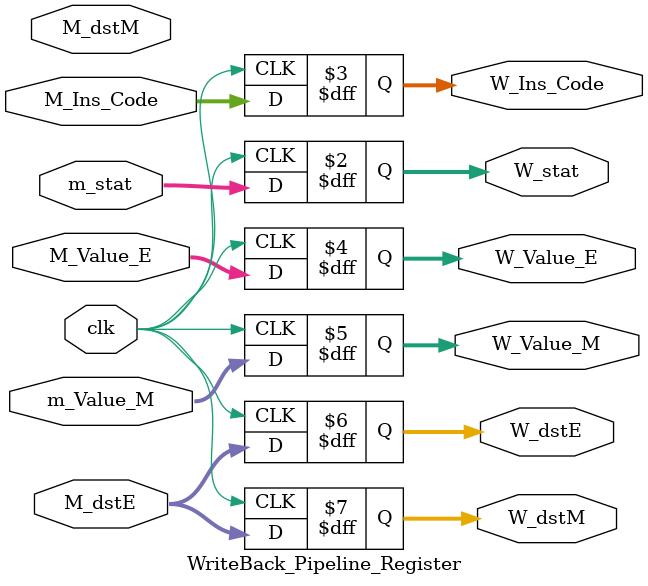
<source format=v>
module WriteBack_Pipeline_Register(
    input clk,
    input [2 : 0] m_stat,
    input [3 : 0] M_Ins_Code,
    input signed [63 : 0] M_Value_E,
    input signed [63 : 0] m_Value_M,
    input [3 : 0] M_dstE,
    input [3 : 0] M_dstM,
    output reg [2 : 0] W_stat,
    output reg [3 : 0] W_Ins_Code,
    output reg signed [63 : 0] W_Value_E,
    output reg signed [63 : 0] W_Value_M,
    output reg [3 : 0] W_dstE,
    output reg [3 : 0] W_dstM

);


always @(posedge clk)begin
    W_stat <= m_stat;
    W_Ins_Code <= M_Ins_Code;
    W_Value_E <= M_Value_E;
    W_Value_M <= m_Value_M;
    W_dstE <= M_dstE;
    W_dstM <= M_dstE;
end
endmodule
</source>
